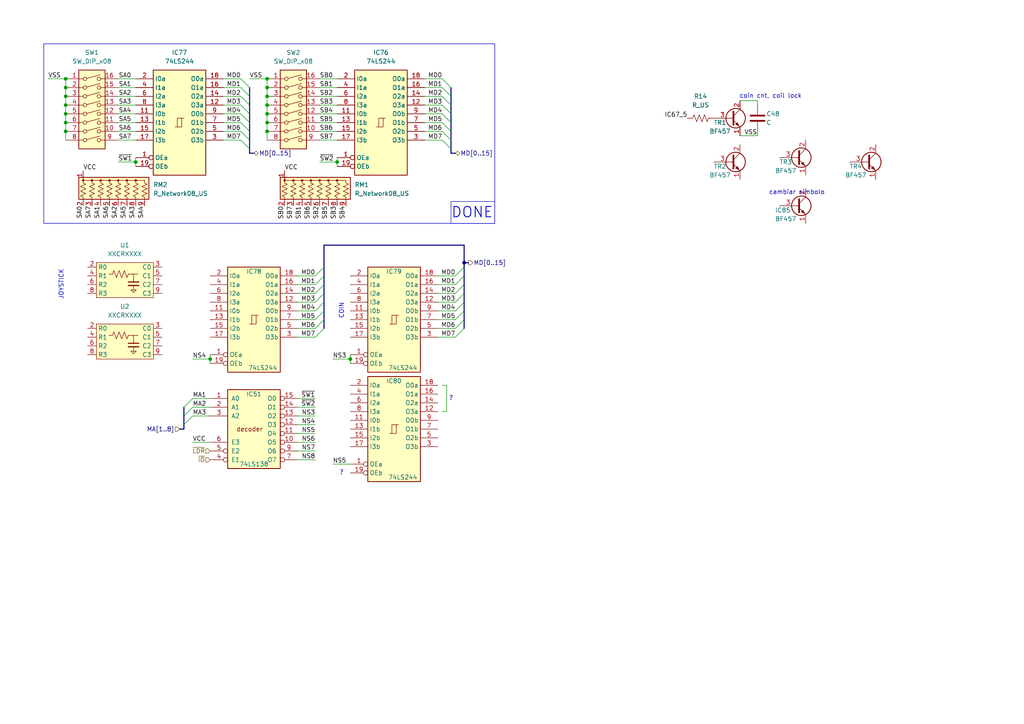
<source format=kicad_sch>
(kicad_sch (version 20231120) (generator "eeschema") (generator_version "8.0")
  (paper "A4")
  (lib_symbols
    (symbol "Device:C" (pin_numbers hide) (pin_names (offset 0.254))
      (property "Reference" "C" (at 0.635 2.54 0))
      (property "Value" "C" (at 0.635 -2.54 0))
      (symbol "C_0_1"
        (polyline (pts (xy -2.032 -0.762) (xy 2.032 -0.762)) (stroke (width 0.508)))
        (polyline (pts (xy -2.032 0.762) (xy 2.032 0.762)) (stroke (width 0.508)))
      )
      (symbol "C_1_1"
        (pin passive line (at 0 3.81 270) (length 2.794) (name "~") (number "1"))
        (pin passive line (at 0 -3.81 90) (length 2.794) (name "~") (number "2"))
      )
    )
    (symbol "Device:R_Network08_US" (pin_names (offset 0) hide)
      (property "Reference" "RN" (at -12.7 0 90))
      (property "Value" "R_Network08_US" (at 10.16 0 90))
      (symbol "R_Network08_US_0_1"
        (rectangle (start -11.43 -3.175) (end 8.89 3.175) (stroke (width 0.254)) (fill (type background)))
        (circle (center -10.16 2.286) (radius 0.254) (fill (type outline)))
        (circle (center -7.62 2.286) (radius 0.254) (fill (type outline)))
        (circle (center -5.08 2.286) (radius 0.254) (fill (type outline)))
        (circle (center -2.54 2.286) (radius 0.254) (fill (type outline)))
        (polyline (pts (xy -10.16 2.286) (xy 7.62 2.286)))
        (polyline (pts (xy -10.16 2.286) (xy -10.16 1.524) (xy -9.398 1.1684) (xy -10.922 0.508) (xy -9.398 -0.1524) (xy -10.922 -0.8382) (xy -9.398 -1.524) (xy -10.922 -2.1844) (xy -10.16 -2.54) (xy -10.16 -3.81)))
        (polyline (pts (xy -7.62 2.286) (xy -7.62 1.524) (xy -6.858 1.1684) (xy -8.382 0.508) (xy -6.858 -0.1524) (xy -8.382 -0.8382) (xy -6.858 -1.524) (xy -8.382 -2.1844) (xy -7.62 -2.54) (xy -7.62 -3.81)))
        (polyline (pts (xy -5.08 2.286) (xy -5.08 1.524) (xy -4.318 1.1684) (xy -5.842 0.508) (xy -4.318 -0.1524) (xy -5.842 -0.8382) (xy -4.318 -1.524) (xy -5.842 -2.1844) (xy -5.08 -2.54) (xy -5.08 -3.81)))
        (polyline (pts (xy -2.54 2.286) (xy -2.54 1.524) (xy -1.778 1.1684) (xy -3.302 0.508) (xy -1.778 -0.1524) (xy -3.302 -0.8382) (xy -1.778 -1.524) (xy -3.302 -2.1844) (xy -2.54 -2.54) (xy -2.54 -3.81)))
        (polyline (pts (xy 0 2.286) (xy 0 1.524) (xy 0.762 1.1684) (xy -0.762 0.508) (xy 0.762 -0.1524) (xy -0.762 -0.8382) (xy 0.762 -1.524) (xy -0.762 -2.1844) (xy 0 -2.54) (xy 0 -3.81)))
        (polyline (pts (xy 2.54 2.286) (xy 2.54 1.524) (xy 3.302 1.1684) (xy 1.778 0.508) (xy 3.302 -0.1524) (xy 1.778 -0.8382) (xy 3.302 -1.524) (xy 1.778 -2.1844) (xy 2.54 -2.54) (xy 2.54 -3.81)))
        (polyline (pts (xy 5.08 2.286) (xy 5.08 1.524) (xy 5.842 1.1684) (xy 4.318 0.508) (xy 5.842 -0.1524) (xy 4.318 -0.8382) (xy 5.842 -1.524) (xy 4.318 -2.1844) (xy 5.08 -2.54) (xy 5.08 -3.81)))
        (polyline (pts (xy 7.62 2.286) (xy 7.62 1.524) (xy 8.382 1.1684) (xy 6.858 0.508) (xy 8.382 -0.1524) (xy 6.858 -0.8382) (xy 8.382 -1.524) (xy 6.858 -2.1844) (xy 7.62 -2.54) (xy 7.62 -3.81)))
        (circle (center 0 2.286) (radius 0.254) (fill (type outline)))
        (circle (center 2.54 2.286) (radius 0.254) (fill (type outline)))
        (circle (center 5.08 2.286) (radius 0.254) (fill (type outline)))
      )
      (symbol "R_Network08_US_1_1"
        (pin passive line (at -10.16 5.08 270) (length 2.54) (name "common") (number "1"))
        (pin passive line (at -10.16 -5.08 90) (length 1.27) (name "R1") (number "2"))
        (pin passive line (at -7.62 -5.08 90) (length 1.27) (name "R2") (number "3"))
        (pin passive line (at -5.08 -5.08 90) (length 1.27) (name "R3") (number "4"))
        (pin passive line (at -2.54 -5.08 90) (length 1.27) (name "R4") (number "5"))
        (pin passive line (at 0 -5.08 90) (length 1.27) (name "R5") (number "6"))
        (pin passive line (at 2.54 -5.08 90) (length 1.27) (name "R6") (number "7"))
        (pin passive line (at 5.08 -5.08 90) (length 1.27) (name "R7") (number "8"))
        (pin passive line (at 7.62 -5.08 90) (length 1.27) (name "R8") (number "9"))
      )
    )
    (symbol "Device:R_US" (pin_numbers hide) (pin_names (offset 0))
      (property "Reference" "R" (at 2.54 0 90))
      (property "Value" "R_US" (at -2.54 0 90))
      (symbol "R_US_0_1"
        (polyline (pts (xy 0 -2.286) (xy 0 -2.54)))
        (polyline (pts (xy 0 2.286) (xy 0 2.54)))
        (polyline (pts (xy 0 -0.762) (xy 1.016 -1.143) (xy 0 -1.524) (xy -1.016 -1.905) (xy 0 -2.286)))
        (polyline (pts (xy 0 0.762) (xy 1.016 0.381) (xy 0 0) (xy -1.016 -0.381) (xy 0 -0.762)))
        (polyline (pts (xy 0 2.286) (xy 1.016 1.905) (xy 0 1.524) (xy -1.016 1.143) (xy 0 0.762)))
      )
      (symbol "R_US_1_1"
        (pin passive line (at 0 3.81 270) (length 1.27) (name "~") (number "1"))
        (pin passive line (at 0 -3.81 90) (length 1.27) (name "~") (number "2"))
      )
    )
    (symbol "Switch:SW_DIP_x08" (pin_names (offset 0) hide)
      (property "Reference" "SW" (at 0 13.97 0))
      (property "Value" "SW_DIP_x08" (at 0 -11.43 0))
      (symbol "SW_DIP_x08_0_0"
        (circle (center -2.032 -7.62) (radius 0.508))
        (circle (center -2.032 -5.08) (radius 0.508))
        (circle (center -2.032 -2.54) (radius 0.508))
        (circle (center -2.032 0) (radius 0.508))
        (circle (center -2.032 2.54) (radius 0.508))
        (circle (center -2.032 5.08) (radius 0.508))
        (circle (center -2.032 7.62) (radius 0.508))
        (circle (center -2.032 10.16) (radius 0.508))
        (polyline (pts (xy -1.524 -7.4676) (xy 2.3622 -6.4262)))
        (polyline (pts (xy -1.524 -4.9276) (xy 2.3622 -3.8862)))
        (polyline (pts (xy -1.524 -2.3876) (xy 2.3622 -1.3462)))
        (polyline (pts (xy -1.524 0.127) (xy 2.3622 1.1684)))
        (polyline (pts (xy -1.524 2.667) (xy 2.3622 3.7084)))
        (polyline (pts (xy -1.524 5.207) (xy 2.3622 6.2484)))
        (polyline (pts (xy -1.524 7.747) (xy 2.3622 8.7884)))
        (polyline (pts (xy -1.524 10.287) (xy 2.3622 11.3284)))
        (circle (center 2.032 -7.62) (radius 0.508))
        (circle (center 2.032 -5.08) (radius 0.508))
        (circle (center 2.032 -2.54) (radius 0.508))
        (circle (center 2.032 0) (radius 0.508))
        (circle (center 2.032 2.54) (radius 0.508))
        (circle (center 2.032 5.08) (radius 0.508))
        (circle (center 2.032 7.62) (radius 0.508))
        (circle (center 2.032 10.16) (radius 0.508))
      )
      (symbol "SW_DIP_x08_0_1"
        (rectangle (start -3.81 12.7) (end 3.81 -10.16) (stroke (width 0.254)) (fill (type background)))
      )
      (symbol "SW_DIP_x08_1_1"
        (pin passive line (at -7.62 10.16 0) (length 5.08) (name "~") (number "1"))
        (pin passive line (at 7.62 -5.08 180) (length 5.08) (name "~") (number "10"))
        (pin passive line (at 7.62 -2.54 180) (length 5.08) (name "~") (number "11"))
        (pin passive line (at 7.62 0 180) (length 5.08) (name "~") (number "12"))
        (pin passive line (at 7.62 2.54 180) (length 5.08) (name "~") (number "13"))
        (pin passive line (at 7.62 5.08 180) (length 5.08) (name "~") (number "14"))
        (pin passive line (at 7.62 7.62 180) (length 5.08) (name "~") (number "15"))
        (pin passive line (at 7.62 10.16 180) (length 5.08) (name "~") (number "16"))
        (pin passive line (at -7.62 7.62 0) (length 5.08) (name "~") (number "2"))
        (pin passive line (at -7.62 5.08 0) (length 5.08) (name "~") (number "3"))
        (pin passive line (at -7.62 2.54 0) (length 5.08) (name "~") (number "4"))
        (pin passive line (at -7.62 0 0) (length 5.08) (name "~") (number "5"))
        (pin passive line (at -7.62 -2.54 0) (length 5.08) (name "~") (number "6"))
        (pin passive line (at -7.62 -5.08 0) (length 5.08) (name "~") (number "7"))
        (pin passive line (at -7.62 -7.62 0) (length 5.08) (name "~") (number "8"))
        (pin passive line (at 7.62 -7.62 180) (length 5.08) (name "~") (number "9"))
      )
    )
    (symbol "Transistor_BJT:BF457" (pin_names (offset 0) hide)
      (property "Reference" "Q" (at 5.08 1.905 0))
      (property "Value" "BF457" (at 5.08 0 0))
      (symbol "BF457_0_1"
        (polyline (pts (xy 0 0) (xy 0.635 0)))
        (polyline (pts (xy 0.635 0.635) (xy 2.54 2.54)))
        (polyline (pts (xy 0.635 -0.635) (xy 2.54 -2.54) (xy 2.54 -2.54)))
        (polyline (pts (xy 0.635 1.905) (xy 0.635 -1.905) (xy 0.635 -1.905)) (stroke (width 0.508)))
        (polyline (pts (xy 1.27 -1.778) (xy 1.778 -1.27) (xy 2.286 -2.286) (xy 1.27 -1.778) (xy 1.27 -1.778)) (fill (type outline)))
        (circle (center 1.27 0) (radius 2.8194) (stroke (width 0.254)))
      )
      (symbol "BF457_1_1"
        (pin passive line (at 2.54 -5.08 90) (length 2.54) (name "E") (number "1"))
        (pin passive line (at 2.54 5.08 270) (length 2.54) (name "C") (number "2"))
        (pin input line (at -5.08 0 0) (length 5.08) (name "B") (number "3"))
      )
    )
    (symbol "arcade:XXCRXXXX"
      (property "Reference" "U" (at 4.445 6.35 0))
      (property "Value" "XXCRXXXX" (at -2.54 6.35 0))
      (symbol "XXCRXXXX_0_1"
        (rectangle (start -7.62 5.08) (end 8.89 -5.08) (stroke (width 0.1524)) (fill (type background)))
        (polyline (pts (xy -2.921 1.778) (xy -3.937 1.778)) (stroke (width 0.1524)))
        (polyline (pts (xy 1.651 -1.524) (xy 4.699 -1.524)) (stroke (width 0.3302)))
        (polyline (pts (xy 1.651 -0.508) (xy 4.699 -0.508)) (stroke (width 0.3048)))
        (polyline (pts (xy 2.413 -2.794) (xy 3.937 -2.794)) (stroke (width 0.1524)))
        (polyline (pts (xy 2.667 1.778) (xy 1.651 1.778)) (stroke (width 0.1524)))
        (polyline (pts (xy 2.667 1.778) (xy 4.445 1.778)) (stroke (width 0.1524)))
        (polyline (pts (xy 3.175 -1.524) (xy 3.175 -2.794)) (stroke (width 0.1524)))
        (polyline (pts (xy 3.175 -0.254) (xy 3.175 -0.508)) (stroke (width 0.1524)))
        (polyline (pts (xy 3.175 1.778) (xy 3.175 -0.254)) (stroke (width 0.1524)))
        (polyline (pts (xy 3.937 -2.794) (xy 3.175 -3.556) (xy 2.413 -2.794)) (stroke (width 0.1524)))
        (polyline (pts (xy -2.921 1.778) (xy -2.54 2.794) (xy -2.159 1.778) (xy -1.778 0.762) (xy -1.397 1.778)))
        (polyline (pts (xy -1.397 1.778) (xy -1.016 2.794) (xy -0.635 1.778) (xy -0.254 0.762) (xy 0.127 1.778)))
        (polyline (pts (xy 0.127 1.778) (xy 0.508 2.794) (xy 0.889 1.778) (xy 1.27 0.762) (xy 1.651 1.778)))
      )
      (symbol "XXCRXXXX_1_1"
        (pin power_in line (at 0.635 5.08 270) (length 2.54) hide (name "VCC") (number "1"))
        (pin power_in line (at 0.635 -5.08 90) (length 2.54) hide (name "VSS") (number "10"))
        (pin input line (at -10.16 3.81 0) (length 2.54) (name "R0") (number "2"))
        (pin output line (at 11.43 3.81 180) (length 2.54) (name "C0") (number "3"))
        (pin input line (at -10.16 1.27 0) (length 2.54) (name "R1") (number "4"))
        (pin output line (at 11.43 1.27 180) (length 2.54) (name "C1") (number "5"))
        (pin input line (at -10.16 -1.27 0) (length 2.54) (name "R2") (number "6"))
        (pin output line (at 11.43 -1.27 180) (length 2.54) (name "C2") (number "7"))
        (pin input line (at -10.16 -3.81 0) (length 2.54) (name "R3") (number "8"))
        (pin output line (at 11.43 -3.81 180) (length 2.54) (name "C3") (number "9"))
      )
    )
    (symbol "jt74:74LS138" (pin_names (offset 1.016))
      (property "Reference" "U" (at 6.35 11.43 0))
      (property "Value" "74LS138" (at 3.81 -13.97 0))
      (symbol "74LS138_0_0"
        (text "decoder" (at -1.27 -1.27 0) (effects (font (size 1.27 1.27))))
      )
      (symbol "74LS138_1_0"
        (pin input line (at -12.7 7.62 0) (length 5.08) (name "A0") (number "1"))
        (pin output inverted (at 12.7 -5.08 180) (length 5.08) (name "O5") (number "10"))
        (pin output inverted (at 12.7 -2.54 180) (length 5.08) (name "O4") (number "11"))
        (pin output inverted (at 12.7 0 180) (length 5.08) (name "O3") (number "12"))
        (pin output inverted (at 12.7 2.54 180) (length 5.08) (name "O2") (number "13"))
        (pin output inverted (at 12.7 5.08 180) (length 5.08) (name "O1") (number "14"))
        (pin output inverted (at 12.7 7.62 180) (length 5.08) (name "O0") (number "15"))
        (pin input line (at -12.7 5.08 0) (length 5.08) (name "A1") (number "2"))
        (pin input line (at -12.7 2.54 0) (length 5.08) (name "A2") (number "3"))
        (pin input inverted (at -12.7 -10.16 0) (length 5.08) (name "E1") (number "4"))
        (pin input inverted (at -12.7 -7.62 0) (length 5.08) (name "E2") (number "5"))
        (pin input line (at -12.7 -5.08 0) (length 5.08) (name "E3") (number "6"))
        (pin output inverted (at 12.7 -10.16 180) (length 5.08) (name "O7") (number "7"))
        (pin output inverted (at 12.7 -7.62 180) (length 5.08) (name "O6") (number "9"))
      )
      (symbol "74LS138_1_1"
        (rectangle (start -7.62 10.16) (end 7.62 -12.7) (stroke (width 0.254)) (fill (type background)))
      )
    )
    (symbol "jt74:74LS244"
      (property "Reference" "U" (at -7.62 16.51 0))
      (property "Value" "74LS244" (at -3.81 -21.59 0))
      (symbol "74LS244_1_0"
        (polyline (pts (xy -0.635 -1.27) (xy -0.635 1.27) (xy 0.635 1.27)))
        (polyline (pts (xy -1.27 -1.27) (xy 0.635 -1.27) (xy 0.635 1.27) (xy 1.27 1.27)))
        (pin input inverted (at -12.7 -10.16 0) (length 5.08) (name "OEa") (number "1"))
        (pin power_in line (at 0 -15.24 90) (length 5.08) hide (name "VSS") (number "10"))
        (pin input line (at -12.7 2.54 0) (length 5.08) (name "I0b") (number "11"))
        (pin tri_state line (at 12.7 5.08 180) (length 5.08) (name "O3a") (number "12"))
        (pin input line (at -12.7 0 0) (length 5.08) (name "I1b") (number "13"))
        (pin tri_state line (at 12.7 7.62 180) (length 5.08) (name "O2a") (number "14"))
        (pin input line (at -12.7 -2.54 0) (length 5.08) (name "I2b") (number "15"))
        (pin tri_state line (at 12.7 10.16 180) (length 5.08) (name "O1a") (number "16"))
        (pin input line (at -12.7 -5.08 0) (length 5.08) (name "I3b") (number "17"))
        (pin tri_state line (at 12.7 12.7 180) (length 5.08) (name "O0a") (number "18"))
        (pin input inverted (at -12.7 -12.7 0) (length 5.08) (name "OEb") (number "19"))
        (pin input line (at -12.7 12.7 0) (length 5.08) (name "I0a") (number "2"))
        (pin power_in line (at 0 15.24 270) (length 5.08) hide (name "VCC") (number "20"))
        (pin tri_state line (at 12.7 -5.08 180) (length 5.08) (name "O3b") (number "3"))
        (pin input line (at -12.7 10.16 0) (length 5.08) (name "I1a") (number "4"))
        (pin tri_state line (at 12.7 -2.54 180) (length 5.08) (name "O2b") (number "5"))
        (pin input line (at -12.7 7.62 0) (length 5.08) (name "I2a") (number "6"))
        (pin tri_state line (at 12.7 0 180) (length 5.08) (name "O1b") (number "7"))
        (pin input line (at -12.7 5.08 0) (length 5.08) (name "I3a") (number "8"))
        (pin tri_state line (at 12.7 2.54 180) (length 5.08) (name "O0b") (number "9"))
      )
      (symbol "74LS244_1_1"
        (rectangle (start -7.62 15.24) (end 7.62 -15.24) (stroke (width 0.254)) (fill (type background)))
      )
    )
  )
  (junction (at 77.47 38.1))
  (junction (at 19.05 25.4))
  (junction (at 77.47 33.02))
  (junction (at 77.47 22.86))
  (junction (at 101.6 104.14))
  (junction (at 19.05 30.48))
  (junction (at 60.96 104.14))
  (junction (at 77.47 30.48))
  (junction (at 19.05 35.56))
  (junction (at 97.79 46.99))
  (junction (at 19.05 27.94))
  (junction (at 19.05 33.02))
  (junction (at 19.05 22.86))
  (junction (at 77.47 35.56))
  (junction (at 134.62 76.2))
  (junction (at 19.05 38.1))
  (junction (at 77.47 25.4))
  (junction (at 39.37 46.99))
  (junction (at 77.47 27.94))
  (bus_entry (at 128.27 27.94) (size 2.54 2.54))
  (bus_entry (at 91.44 92.71) (size 2.54 -2.54))
  (bus_entry (at 69.85 40.64) (size 2.54 2.54))
  (bus_entry (at 69.85 33.02) (size 2.54 2.54))
  (bus_entry (at 91.44 80.01) (size 2.54 -2.54))
  (bus_entry (at 69.85 30.48) (size 2.54 2.54))
  (bus_entry (at 132.08 82.55) (size 2.54 -2.54))
  (bus_entry (at 69.85 38.1) (size 2.54 2.54))
  (bus_entry (at 128.27 25.4) (size 2.54 2.54))
  (bus_entry (at 91.44 97.79) (size 2.54 -2.54))
  (bus_entry (at 128.27 35.56) (size 2.54 2.54))
  (bus_entry (at 128.27 22.86) (size 2.54 2.54))
  (bus_entry (at 69.85 35.56) (size 2.54 2.54))
  (bus_entry (at 132.08 90.17) (size 2.54 -2.54))
  (bus_entry (at 132.08 87.63) (size 2.54 -2.54))
  (bus_entry (at 128.27 40.64) (size 2.54 2.54))
  (bus_entry (at 69.85 27.94) (size 2.54 2.54))
  (bus_entry (at 91.44 90.17) (size 2.54 -2.54))
  (bus_entry (at 91.44 95.25) (size 2.54 -2.54))
  (bus_entry (at 55.88 118.11) (size -2.54 2.54))
  (bus_entry (at 132.08 92.71) (size 2.54 -2.54))
  (bus_entry (at 91.44 82.55) (size 2.54 -2.54))
  (bus_entry (at 55.88 120.65) (size -2.54 2.54))
  (bus_entry (at 69.85 25.4) (size 2.54 2.54))
  (bus_entry (at 91.44 85.09) (size 2.54 -2.54))
  (bus_entry (at 128.27 38.1) (size 2.54 2.54))
  (bus_entry (at 132.08 80.01) (size 2.54 -2.54))
  (bus_entry (at 55.88 115.57) (size -2.54 2.54))
  (bus_entry (at 91.44 87.63) (size 2.54 -2.54))
  (bus_entry (at 128.27 30.48) (size 2.54 2.54))
  (bus_entry (at 69.85 22.86) (size 2.54 2.54))
  (bus_entry (at 132.08 85.09) (size 2.54 -2.54))
  (bus_entry (at 132.08 95.25) (size 2.54 -2.54))
  (bus_entry (at 128.27 33.02) (size 2.54 2.54))
  (bus_entry (at 132.08 97.79) (size 2.54 -2.54))
  (bus (pts (xy 93.98 77.47) (xy 93.98 80.01)))
  (wire (pts (xy 219.71 29.21) (xy 219.71 30.48)))
  (bus (pts (xy 72.39 25.4) (xy 72.39 27.94)))
  (bus (pts (xy 134.62 76.2) (xy 134.62 77.47)))
  (wire (pts (xy 86.36 97.79) (xy 91.44 97.79)))
  (wire (pts (xy 86.36 92.71) (xy 91.44 92.71)))
  (wire (pts (xy 19.05 22.86) (xy 19.05 25.4)))
  (wire (pts (xy 39.37 38.1) (xy 34.29 38.1)))
  (wire (pts (xy 39.37 22.86) (xy 34.29 22.86)))
  (wire (pts (xy 86.36 80.01) (xy 91.44 80.01)))
  (wire (pts (xy 128.27 111.76) (xy 129.54 111.76)))
  (bus (pts (xy 130.81 40.64) (xy 130.81 43.18)))
  (bus (pts (xy 134.62 92.71) (xy 134.62 95.25)))
  (wire (pts (xy 127 85.09) (xy 132.08 85.09)))
  (wire (pts (xy 92.71 25.4) (xy 97.79 25.4)))
  (bus (pts (xy 53.34 123.19) (xy 53.34 124.46)))
  (wire (pts (xy 86.36 90.17) (xy 91.44 90.17)))
  (wire (pts (xy 34.29 46.99) (xy 39.37 46.99)))
  (wire (pts (xy 92.71 30.48) (xy 97.79 30.48)))
  (wire (pts (xy 77.47 38.1) (xy 77.47 40.64)))
  (bus (pts (xy 93.98 82.55) (xy 93.98 85.09)))
  (wire (pts (xy 127 82.55) (xy 132.08 82.55)))
  (wire (pts (xy 127 92.71) (xy 132.08 92.71)))
  (wire (pts (xy 91.44 118.11) (xy 86.36 118.11)))
  (wire (pts (xy 92.71 38.1) (xy 97.79 38.1)))
  (wire (pts (xy 39.37 46.99) (xy 39.37 45.72)))
  (wire (pts (xy 123.19 40.64) (xy 128.27 40.64)))
  (wire (pts (xy 64.77 25.4) (xy 69.85 25.4)))
  (bus (pts (xy 72.39 27.94) (xy 72.39 30.48)))
  (wire (pts (xy 77.47 27.94) (xy 77.47 30.48)))
  (wire (pts (xy 123.19 35.56) (xy 128.27 35.56)))
  (bus (pts (xy 72.39 40.64) (xy 72.39 43.18)))
  (wire (pts (xy 123.19 38.1) (xy 128.27 38.1)))
  (wire (pts (xy 64.77 35.56) (xy 69.85 35.56)))
  (bus (pts (xy 72.39 38.1) (xy 72.39 40.64)))
  (bus (pts (xy 72.39 44.45) (xy 73.66 44.45)))
  (wire (pts (xy 127 90.17) (xy 132.08 90.17)))
  (bus (pts (xy 72.39 35.56) (xy 72.39 38.1)))
  (bus (pts (xy 93.98 92.71) (xy 93.98 95.25)))
  (wire (pts (xy 55.88 118.11) (xy 60.96 118.11)))
  (wire (pts (xy 92.71 46.99) (xy 97.79 46.99)))
  (wire (pts (xy 92.71 35.56) (xy 97.79 35.56)))
  (wire (pts (xy 19.05 25.4) (xy 19.05 27.94)))
  (wire (pts (xy 55.88 128.27) (xy 60.96 128.27)))
  (wire (pts (xy 39.37 40.64) (xy 34.29 40.64)))
  (bus (pts (xy 130.81 25.4) (xy 130.81 27.94)))
  (wire (pts (xy 64.77 22.86) (xy 69.85 22.86)))
  (bus (pts (xy 72.39 33.02) (xy 72.39 35.56)))
  (wire (pts (xy 60.96 104.14) (xy 55.88 104.14)))
  (wire (pts (xy 101.6 104.14) (xy 96.52 104.14)))
  (bus (pts (xy 130.81 38.1) (xy 130.81 40.64)))
  (wire (pts (xy 86.36 85.09) (xy 91.44 85.09)))
  (wire (pts (xy 64.77 33.02) (xy 69.85 33.02)))
  (wire (pts (xy 127 95.25) (xy 132.08 95.25)))
  (bus (pts (xy 130.81 30.48) (xy 130.81 33.02)))
  (bus (pts (xy 130.81 44.45) (xy 132.08 44.45)))
  (wire (pts (xy 127 97.79) (xy 132.08 97.79)))
  (wire (pts (xy 72.39 22.86) (xy 77.47 22.86)))
  (wire (pts (xy 86.36 120.65) (xy 91.44 120.65)))
  (bus (pts (xy 130.81 33.02) (xy 130.81 35.56)))
  (bus (pts (xy 93.98 80.01) (xy 93.98 82.55)))
  (wire (pts (xy 86.36 82.55) (xy 91.44 82.55)))
  (wire (pts (xy 127 80.01) (xy 132.08 80.01)))
  (wire (pts (xy 77.47 22.86) (xy 77.47 25.4)))
  (bus (pts (xy 93.98 90.17) (xy 93.98 92.71)))
  (bus (pts (xy 134.62 77.47) (xy 134.62 80.01)))
  (bus (pts (xy 93.98 85.09) (xy 93.98 87.63)))
  (wire (pts (xy 86.36 133.35) (xy 91.44 133.35)))
  (wire (pts (xy 19.05 27.94) (xy 19.05 30.48)))
  (wire (pts (xy 86.36 87.63) (xy 91.44 87.63)))
  (wire (pts (xy 39.37 33.02) (xy 34.29 33.02)))
  (bus (pts (xy 134.62 82.55) (xy 134.62 85.09)))
  (wire (pts (xy 64.77 30.48) (xy 69.85 30.48)))
  (wire (pts (xy 77.47 35.56) (xy 77.47 38.1)))
  (wire (pts (xy 127 87.63) (xy 132.08 87.63)))
  (wire (pts (xy 86.36 123.19) (xy 91.44 123.19)))
  (bus (pts (xy 93.98 71.12) (xy 134.62 71.12)))
  (wire (pts (xy 214.63 29.21) (xy 219.71 29.21)))
  (bus (pts (xy 53.34 118.11) (xy 53.34 120.65)))
  (wire (pts (xy 86.36 95.25) (xy 91.44 95.25)))
  (bus (pts (xy 72.39 43.18) (xy 72.39 44.45)))
  (wire (pts (xy 64.77 40.64) (xy 69.85 40.64)))
  (wire (pts (xy 123.19 27.94) (xy 128.27 27.94)))
  (wire (pts (xy 77.47 33.02) (xy 77.47 35.56)))
  (bus (pts (xy 130.81 35.56) (xy 130.81 38.1)))
  (wire (pts (xy 39.37 30.48) (xy 34.29 30.48)))
  (bus (pts (xy 130.81 27.94) (xy 130.81 30.48)))
  (wire (pts (xy 39.37 46.99) (xy 39.37 48.26)))
  (wire (pts (xy 39.37 35.56) (xy 34.29 35.56)))
  (wire (pts (xy 214.63 39.37) (xy 219.71 39.37)))
  (wire (pts (xy 97.79 46.99) (xy 97.79 48.26)))
  (wire (pts (xy 60.96 120.65) (xy 55.88 120.65)))
  (wire (pts (xy 86.36 130.81) (xy 91.44 130.81)))
  (wire (pts (xy 60.96 115.57) (xy 55.88 115.57)))
  (bus (pts (xy 53.34 120.65) (xy 53.34 123.19)))
  (wire (pts (xy 13.97 22.86) (xy 19.05 22.86)))
  (wire (pts (xy 128.27 119.38) (xy 129.54 119.38)))
  (wire (pts (xy 92.71 27.94) (xy 97.79 27.94)))
  (wire (pts (xy 60.96 104.14) (xy 60.96 105.41)))
  (bus (pts (xy 93.98 71.12) (xy 93.98 77.47)))
  (wire (pts (xy 19.05 35.56) (xy 19.05 38.1)))
  (wire (pts (xy 77.47 30.48) (xy 77.47 33.02)))
  (bus (pts (xy 53.34 124.46) (xy 52.07 124.46)))
  (wire (pts (xy 39.37 27.94) (xy 34.29 27.94)))
  (wire (pts (xy 97.79 46.99) (xy 97.79 45.72)))
  (wire (pts (xy 86.36 128.27) (xy 91.44 128.27)))
  (wire (pts (xy 101.6 134.62) (xy 96.52 134.62)))
  (wire (pts (xy 86.36 115.57) (xy 91.44 115.57)))
  (bus (pts (xy 134.62 76.2) (xy 135.89 76.2)))
  (bus (pts (xy 134.62 87.63) (xy 134.62 90.17)))
  (wire (pts (xy 39.37 25.4) (xy 34.29 25.4)))
  (bus (pts (xy 93.98 87.63) (xy 93.98 90.17)))
  (wire (pts (xy 101.6 104.14) (xy 101.6 105.41)))
  (wire (pts (xy 64.77 38.1) (xy 69.85 38.1)))
  (wire (pts (xy 19.05 30.48) (xy 19.05 33.02)))
  (bus (pts (xy 134.62 85.09) (xy 134.62 87.63)))
  (wire (pts (xy 219.71 39.37) (xy 219.71 38.1)))
  (wire (pts (xy 77.47 25.4) (xy 77.47 27.94)))
  (bus (pts (xy 72.39 30.48) (xy 72.39 33.02)))
  (wire (pts (xy 101.6 102.87) (xy 101.6 104.14)))
  (wire (pts (xy 123.19 25.4) (xy 128.27 25.4)))
  (wire (pts (xy 129.54 111.76) (xy 129.54 119.38)))
  (bus (pts (xy 130.81 43.18) (xy 130.81 44.45)))
  (wire (pts (xy 86.36 125.73) (xy 91.44 125.73)))
  (bus (pts (xy 134.62 80.01) (xy 134.62 82.55)))
  (wire (pts (xy 123.19 30.48) (xy 128.27 30.48)))
  (wire (pts (xy 92.71 40.64) (xy 97.79 40.64)))
  (bus (pts (xy 134.62 90.17) (xy 134.62 92.71)))
  (wire (pts (xy 92.71 33.02) (xy 97.79 33.02)))
  (wire (pts (xy 123.19 22.86) (xy 128.27 22.86)))
  (wire (pts (xy 19.05 38.1) (xy 19.05 40.64)))
  (wire (pts (xy 60.96 102.87) (xy 60.96 104.14)))
  (wire (pts (xy 19.05 33.02) (xy 19.05 35.56)))
  (wire (pts (xy 123.19 33.02) (xy 128.27 33.02)))
  (wire (pts (xy 92.71 22.86) (xy 97.79 22.86)))
  (wire (pts (xy 64.77 27.94) (xy 69.85 27.94)))
  (bus (pts (xy 134.62 71.12) (xy 134.62 76.2)))
  (rectangle (start 130.81 58.42) (end 143.51 64.77) (fill (type color) (color 255 255 255 1)))
  (rectangle (start 12.7 12.7) (end 143.51 64.77))
  (text "COIN" (at 99.06 90.17 90) (effects (font (size 1.27 1.27))))
  (text "?" (at 99.06 137.16 0) (effects (font (size 1.27 1.27))))
  (text "cambiar simbolo\n" (at 231.14 55.88 0) (effects (font (size 1.27 1.27))))
  (text "?" (at 130.81 115.57 0) (effects (font (size 1.27 1.27))))
  (text "DONE" (at 130.81 63.5 0) (effects (font (size 3 3) (thickness 0.254) (bold yes)) (justify left bottom)))
  (text "JOYSTICK" (at 17.78 82.55 90) (effects (font (size 1.27 1.27))))
  (text "coin cnt, coil lock" (at 223.52 27.94 0) (effects (font (size 1.27 1.27))))
  (label "NS4" (at 91.44 123.19 180))
  (label "MD5" (at 91.44 92.71 180))
  (label "NS4" (at 55.88 104.14 0))
  (label "VCC" (at 55.88 128.27 0))
  (label "~{SW1}" (at 34.29 46.99 0))
  (label "MD5" (at 132.08 92.71 180))
  (label "~{SW2}" (at 92.71 46.99 0))
  (label "SA7" (at 38.1 40.64 180))
  (label "SA0" (at 24.13 59.69 270))
  (label "IC67_5" (at 199.39 34.29 180))
  (label "SA5" (at 38.1 35.56 180))
  (label "MD3" (at 132.08 87.63 180))
  (label "MA3" (at 55.88 120.65 0))
  (label "SA3" (at 39.37 59.69 270))
  (label "SA4" (at 41.91 59.69 270))
  (label "MD3" (at 91.44 87.63 180))
  (label "MD2" (at 69.85 27.94 180))
  (label "SA1" (at 38.1 25.4 180))
  (label "MA1" (at 55.88 115.57 0))
  (label "MD7" (at 69.85 40.64 180))
  (label "MD1" (at 128.27 25.4 180))
  (label "SB1" (at 87.63 59.69 270))
  (label "NS3" (at 91.44 120.65 180))
  (label "MD0" (at 132.08 80.01 180))
  (label "MD7" (at 91.44 97.79 180))
  (label "SA4" (at 38.1 33.02 180))
  (label "MD7" (at 128.27 40.64 180))
  (label "MD6" (at 132.08 95.25 180))
  (label "VSS" (at 72.39 22.86 0))
  (label "SB7" (at 85.09 59.69 270))
  (label "SB0" (at 82.55 59.69 270))
  (label "MD4" (at 91.44 90.17 180))
  (label "SB0" (at 92.71 22.86 0))
  (label "NS7" (at 91.44 130.81 180))
  (label "MD5" (at 128.27 35.56 180))
  (label "SB3" (at 97.79 59.69 270))
  (label "VCC" (at 24.13 49.53 0))
  (label "MD0" (at 91.44 80.01 180))
  (label "VCC" (at 82.55 49.53 0))
  (label "MD6" (at 91.44 95.25 180))
  (label "NS8" (at 91.44 133.35 180))
  (label "MD4" (at 132.08 90.17 180))
  (label "SB3" (at 92.71 30.48 0))
  (label "MD6" (at 128.27 38.1 180))
  (label "SB4" (at 100.33 59.69 270))
  (label "VSS" (at 13.97 22.86 0))
  (label "SB6" (at 90.17 59.69 270))
  (label "MD4" (at 128.27 33.02 180))
  (label "SA6" (at 38.1 38.1 180))
  (label "SA2" (at 34.29 59.69 270))
  (label "SB1" (at 92.71 25.4 0))
  (label "SB2" (at 92.71 27.94 0))
  (label "MD3" (at 128.27 30.48 180))
  (label "SA7" (at 26.67 59.69 270))
  (label "SA2" (at 38.1 27.94 180))
  (label "SA3" (at 38.1 30.48 180))
  (label "~{SW1}" (at 91.44 115.57 180))
  (label "MD6" (at 69.85 38.1 180))
  (label "NS6" (at 91.44 128.27 180))
  (label "MD5" (at 69.85 35.56 180))
  (label "MD2" (at 91.44 85.09 180))
  (label "~{SW2}" (at 91.44 118.11 180))
  (label "MD0" (at 69.85 22.86 180))
  (label "MD1" (at 91.44 82.55 180))
  (label "VSS" (at 215.9 39.37 0))
  (label "SA6" (at 31.75 59.69 270))
  (label "SB4" (at 92.71 33.02 0))
  (label "MD3" (at 69.85 30.48 180))
  (label "MD0" (at 128.27 22.86 180))
  (label "SA5" (at 36.83 59.69 270))
  (label "MD2" (at 132.08 85.09 180))
  (label "MD2" (at 128.27 27.94 180))
  (label "MA2" (at 55.88 118.11 0))
  (label "SA0" (at 38.1 22.86 180))
  (label "MD4" (at 69.85 33.02 180))
  (label "NS5" (at 96.52 134.62 0))
  (label "SA1" (at 29.21 59.69 270))
  (label "SB7" (at 92.71 40.64 0))
  (label "NS5" (at 91.44 125.73 180))
  (label "SB5" (at 92.71 35.56 0))
  (label "MD1" (at 69.85 25.4 180))
  (label "NS3" (at 96.52 104.14 0))
  (label "SB5" (at 95.25 59.69 270))
  (label "SB6" (at 92.71 38.1 0))
  (label "MD1" (at 132.08 82.55 180))
  (label "SB2" (at 92.71 59.69 270))
  (label "MD7" (at 132.08 97.79 180))
  (hierarchical_label "~{IO}" (shape input) (at 60.96 133.35 180))
  (hierarchical_label "~{LDR}" (shape input) (at 60.96 130.81 180))
  (hierarchical_label "MD[0..15]" (shape bidirectional) (at 73.66 44.45 0))
  (hierarchical_label "MA[1..8]" (shape input) (at 52.07 124.46 180))
  (hierarchical_label "MD[0..15]" (shape bidirectional) (at 132.08 44.45 0))
  (hierarchical_label "MD[0..15]" (shape output) (at 135.89 76.2 0))
  (symbol (lib_id "jt74:74LS244") (at 114.3 92.71 0) (unit 1)
    (property "Reference" "IC79" (at 114.3 78.74 0))
    (property "Value" "74LS244" (at 116.84 106.68 0))
    (property "Datasheet" "http://www.ti.com/lit/gpn/sn74LS244" (effects (hide yes)))
    (property "Description" "8-bit Bus Buffer 3-State outputs" (effects (hide yes)))
  )
  (symbol (lib_id "jt74:74LS244") (at 52.07 35.56 0) (unit 1)
    (property "Reference" "IC77" (at 52.07 15.24 0))
    (property "Value" "74LS244" (at 52.07 17.78 0))
    (property "Datasheet" "http://www.ti.com/lit/gpn/sn74LS244" (effects (hide yes)))
    (property "Description" "8-bit Bus Buffer 3-State outputs" (effects (hide yes)))
  )
  (symbol (lib_id "Transistor_BJT:BF457") (at 231.14 45.72 0) (unit 1)
    (property "Reference" "TR3" (at 226.06 46.99 0) (effects (justify left)))
    (property "Value" "BF457" (at 224.79 49.53 0) (effects (justify left)))
    (property "Footprint" "Package_TO_SOT_THT:TO-126-3_Vertical" (effects (hide yes)))
    (property "Datasheet" "https://www.pcpaudio.com/pcpfiles/transistores/BF457-8-9.pdf" (effects (hide yes)))
    (property "Description" "0.1A Ic, 160V Vce, High Voltage NPN Transistor, TO-126" (effects (hide yes)))
  )
  (symbol (lib_id "Device:R_US") (at 203.2 34.29 90) (unit 1)
    (property "Reference" "R14" (at 203.2 27.94 90))
    (property "Value" "R_US" (at 203.2 30.48 90))
    (property "Description" "Resistor, US symbol" (effects (hide yes)))
  )
  (symbol (lib_id "arcade:XXCRXXXX") (at 35.56 99.06 0) (unit 1)
    (property "Reference" "U2" (at 36.195 88.9 0))
    (property "Value" "XXCRXXXX" (at 36.195 91.44 0))
  )
  (symbol (lib_id "Device:R_Network08_US") (at 34.29 54.61 0) (unit 1)
    (property "Reference" "RM2" (at 44.45 53.5939 0) (effects (justify left)))
    (property "Value" "R_Network08_US" (at 44.45 56.1339 0) (effects (justify left)))
    (property "Footprint" "Resistor_THT:R_Array_SIP9" (effects (hide yes)))
    (property "Datasheet" "http://www.vishay.com/docs/31509/csc.pdf" (effects (hide yes)))
    (property "Description" "8 resistor network, star topology, bussed resistors, small US symbol" (effects (hide yes)))
  )
  (symbol (lib_id "Switch:SW_DIP_x08") (at 26.67 33.02 0) (unit 1)
    (property "Reference" "SW1" (at 26.67 15.24 0))
    (property "Value" "SW_DIP_x08" (at 26.67 17.78 0))
    (property "Description" "8x DIP Switch, Single Pole Single Throw (SPST) switch, small symbol" (effects (hide yes)))
  )
  (symbol (lib_id "jt74:74LS244") (at 110.49 35.56 0) (unit 1)
    (property "Reference" "IC76" (at 110.49 15.24 0))
    (property "Value" "74LS244" (at 110.49 17.78 0))
    (property "Datasheet" "http://www.ti.com/lit/gpn/sn74LS244" (effects (hide yes)))
    (property "Description" "8-bit Bus Buffer 3-State outputs" (effects (hide yes)))
  )
  (symbol (lib_id "Device:C") (at 219.71 34.29 180) (unit 1)
    (property "Reference" "C48" (at 222.25 33.02 0) (effects (justify right)))
    (property "Value" "C" (at 222.25 35.56 0) (effects (justify right)))
    (property "Description" "Unpolarized capacitor" (effects (hide yes)))
  )
  (symbol (lib_id "arcade:XXCRXXXX") (at 35.56 81.28 0) (unit 1)
    (property "Reference" "U1" (at 36.195 71.12 0))
    (property "Value" "XXCRXXXX" (at 36.195 73.66 0))
  )
  (symbol (lib_id "Device:R_Network08_US") (at 92.71 54.61 0) (unit 1)
    (property "Reference" "RM1" (at 102.87 53.5939 0) (effects (justify left)))
    (property "Value" "R_Network08_US" (at 102.87 56.1339 0) (effects (justify left)))
    (property "Footprint" "Resistor_THT:R_Array_SIP9" (effects (hide yes)))
    (property "Datasheet" "http://www.vishay.com/docs/31509/csc.pdf" (effects (hide yes)))
    (property "Description" "8 resistor network, star topology, bussed resistors, small US symbol" (effects (hide yes)))
  )
  (symbol (lib_id "Transistor_BJT:BF457") (at 212.09 34.29 0) (unit 1)
    (property "Reference" "TR1" (at 207.01 35.56 0) (effects (justify left)))
    (property "Value" "BF457" (at 205.74 38.1 0) (effects (justify left)))
    (property "Footprint" "Package_TO_SOT_THT:TO-126-3_Vertical" (effects (hide yes)))
    (property "Datasheet" "https://www.pcpaudio.com/pcpfiles/transistores/BF457-8-9.pdf" (effects (hide yes)))
    (property "Description" "0.1A Ic, 160V Vce, High Voltage NPN Transistor, TO-126" (effects (hide yes)))
  )
  (symbol (lib_id "Transistor_BJT:BF457") (at 231.14 59.69 0) (unit 1)
    (property "Reference" "IC85" (at 224.79 60.96 0) (effects (justify left)))
    (property "Value" "BF457" (at 224.79 63.5 0) (effects (justify left)))
    (property "Footprint" "Package_TO_SOT_THT:TO-126-3_Vertical" (effects (hide yes)))
    (property "Datasheet" "https://www.pcpaudio.com/pcpfiles/transistores/BF457-8-9.pdf" (effects (hide yes)))
    (property "Description" "0.1A Ic, 160V Vce, High Voltage NPN Transistor, TO-126" (effects (hide yes)))
  )
  (symbol (lib_id "jt74:74LS244") (at 114.3 124.46 0) (unit 1)
    (property "Reference" "IC80" (at 114.3 110.49 0))
    (property "Value" "74LS244" (at 116.84 138.43 0))
    (property "Datasheet" "http://www.ti.com/lit/gpn/sn74LS244" (effects (hide yes)))
    (property "Description" "8-bit Bus Buffer 3-State outputs" (effects (hide yes)))
  )
  (symbol (lib_id "Transistor_BJT:BF457") (at 251.46 46.99 0) (unit 1)
    (property "Reference" "TR4" (at 246.38 48.26 0) (effects (justify left)))
    (property "Value" "BF457" (at 245.11 50.8001 0) (effects (justify left)))
    (property "Footprint" "Package_TO_SOT_THT:TO-126-3_Vertical" (effects (hide yes)))
    (property "Datasheet" "https://www.pcpaudio.com/pcpfiles/transistores/BF457-8-9.pdf" (effects (hide yes)))
    (property "Description" "0.1A Ic, 160V Vce, High Voltage NPN Transistor, TO-126" (effects (hide yes)))
  )
  (symbol (lib_id "jt74:74LS138") (at 73.66 123.19 0) (unit 1)
    (property "Reference" "IC51" (at 73.66 114.3 0))
    (property "Value" "74LS138" (at 73.66 134.62 0))
    (property "Datasheet" "http://www.ti.com/lit/gpn/sn74LS138" (effects (hide yes)))
    (property "Description" "Decoder 3 to 8 active low outputs" (effects (hide yes)))
  )
  (symbol (lib_id "Transistor_BJT:BF457") (at 212.09 46.99 0) (unit 1)
    (property "Reference" "TR2" (at 207.01 48.26 0) (effects (justify left)))
    (property "Value" "BF457" (at 205.74 50.8 0) (effects (justify left)))
    (property "Footprint" "Package_TO_SOT_THT:TO-126-3_Vertical" (effects (hide yes)))
    (property "Datasheet" "https://www.pcpaudio.com/pcpfiles/transistores/BF457-8-9.pdf" (effects (hide yes)))
    (property "Description" "0.1A Ic, 160V Vce, High Voltage NPN Transistor, TO-126" (effects (hide yes)))
  )
  (symbol (lib_id "Switch:SW_DIP_x08") (at 85.09 33.02 0) (unit 1)
    (property "Reference" "SW2" (at 85.09 15.24 0))
    (property "Value" "SW_DIP_x08" (at 85.09 17.78 0))
    (property "Description" "8x DIP Switch, Single Pole Single Throw (SPST) switch, small symbol" (effects (hide yes)))
  )
  (symbol (lib_id "jt74:74LS244") (at 73.66 92.71 0) (unit 1)
    (property "Reference" "IC78" (at 73.66 78.74 0))
    (property "Value" "74LS244" (at 76.2 106.68 0))
    (property "Datasheet" "http://www.ti.com/lit/gpn/sn74LS244" (effects (hide yes)))
    (property "Description" "8-bit Bus Buffer 3-State outputs" (effects (hide yes)))
  )
)
</source>
